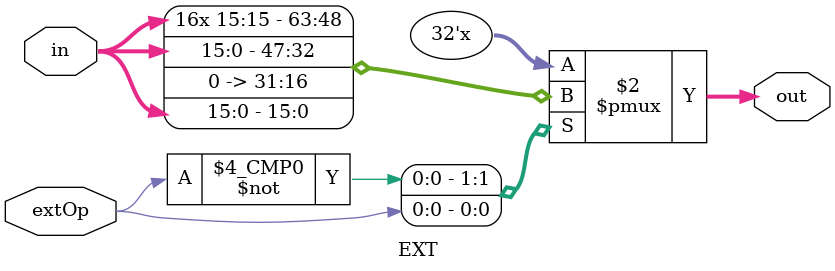
<source format=v>
`timescale 1ns / 1ps
module EXT(
    input [15:0] in,
    input extOp,
    output reg [31:0] out
    );
	 always@(*)begin
		case(extOp)
			0:begin
				out={{16{in[15]}},in};
			end
			1:begin
				out={{16{1'b0}},in};
			end
			default:out=out;
		endcase
	 end
endmodule


</source>
